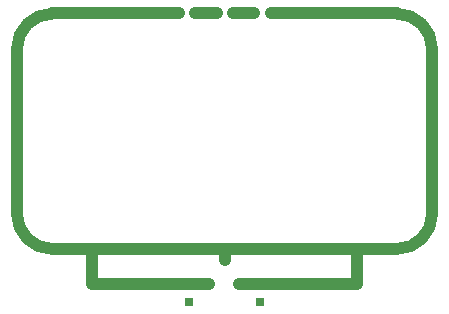
<source format=gtl>
*%FSLAX24Y24*%
*%MOIN*%
G01*
%ADD11C,0.0050*%
%ADD12C,0.0060*%
%ADD13C,0.0073*%
%ADD14C,0.0079*%
%ADD15C,0.0100*%
%ADD16C,0.0120*%
%ADD17C,0.0200*%
%ADD18C,0.0360*%
%ADD19C,0.0400*%
%ADD20C,0.0460*%
%ADD21C,0.0600*%
%ADD22R,0.0300X0.0300*%
%ADD23R,0.0400X0.0400*%
D18*
X17292Y11802D02*
D03*
X16292D02*
D03*
X16800Y12598D02*
D03*
D19*
Y12600D02*
Y12958D01*
X21229Y12968D02*
Y11798D01*
X9872Y14147D02*
Y19633D01*
X23722Y19631D02*
Y14147D01*
X16292Y11802D02*
X12460D01*
X17292D02*
X21140D01*
X15272Y20818D02*
X11060D01*
X18342Y20818D02*
X22534D01*
X22540Y12968D02*
X11060D01*
X15832Y20828D02*
X16539D01*
X16540Y20828D01*
X17090D02*
X17782D01*
X17792Y20818D01*
X12371Y12968D02*
Y11802D01*
X22539Y20812D02*
G75*
G02*X23721Y19632I1J-1181D01*
G74*
Y14147D02*
G75*
G02*X22540Y12966I-1181D01*
G74*
X11059Y12966D02*
G75*
G02*X9879Y14148I1J1181D01*
G74*
X9879Y19633D02*
G75*
G02*X11061Y20812I1181J-1D01*
D22*
G74*
X17981Y11750D02*
D03*
Y11200D02*
D03*
X15619Y11750D02*
D03*
Y11200D02*
D03*
X15282Y20828D02*
D03*
X15832D02*
D03*
X17792Y20828D02*
D03*
X18342D02*
D03*
X17090Y20828D02*
D03*
X16540D02*
D03*
M02*

</source>
